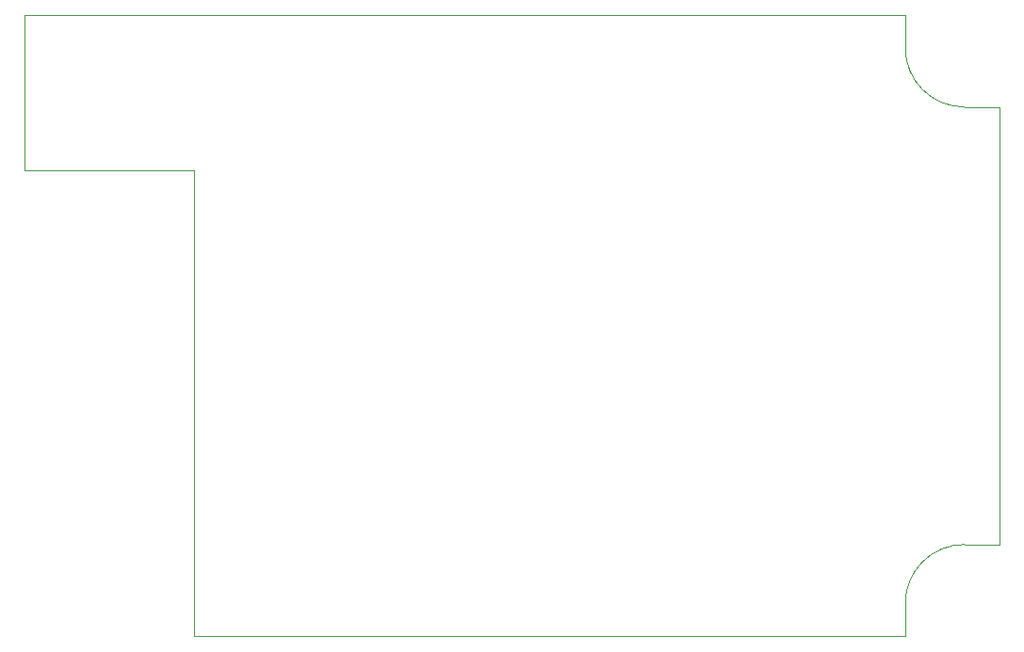
<source format=gm1>
G04 #@! TF.GenerationSoftware,KiCad,Pcbnew,7.0.6*
G04 #@! TF.CreationDate,2023-08-07T22:51:51+02:00*
G04 #@! TF.ProjectId,Box,426f782e-6b69-4636-9164-5f7063625858,rev?*
G04 #@! TF.SameCoordinates,Original*
G04 #@! TF.FileFunction,Profile,NP*
%FSLAX46Y46*%
G04 Gerber Fmt 4.6, Leading zero omitted, Abs format (unit mm)*
G04 Created by KiCad (PCBNEW 7.0.6) date 2023-08-07 22:51:51*
%MOMM*%
%LPD*%
G01*
G04 APERTURE LIST*
G04 #@! TA.AperFunction,Profile*
%ADD10C,0.050000*%
G04 #@! TD*
G04 APERTURE END LIST*
D10*
X199161400Y-106045000D02*
X198755000Y-106045000D01*
X120015000Y-64135000D02*
X135255000Y-64135000D01*
X199161400Y-103098600D02*
X199161400Y-106045000D01*
X199161400Y-53111400D02*
X199161400Y-50165000D01*
X135255000Y-64135000D02*
X135255000Y-106045000D01*
X204470000Y-97790000D02*
G75*
G03*
X199161400Y-103098600I0J-5308600D01*
G01*
X198120000Y-50165000D02*
X120015000Y-50165000D01*
X198755000Y-106045000D02*
X198120000Y-106045000D01*
X207645000Y-58420000D02*
X207645000Y-97790000D01*
X198120000Y-106045000D02*
X135255000Y-106045000D01*
X120015000Y-50165000D02*
X120015000Y-64135000D01*
X207645000Y-97790000D02*
X204470000Y-97790000D01*
X199161400Y-53111400D02*
G75*
G03*
X204470000Y-58420000I5308600J0D01*
G01*
X198120000Y-50165000D02*
X198755000Y-50165000D01*
X207645000Y-58420000D02*
X204470000Y-58420000D01*
X199161400Y-50165000D02*
X198755000Y-50165000D01*
M02*

</source>
